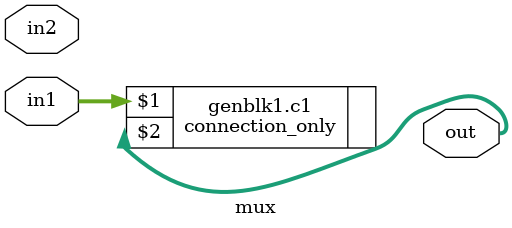
<source format=v>
module mux(in1,in2,out);

parameter B_INPUT="DIRECT";
parameter width=18;

input [width-1:0] in1,in2;
output[width-1:0] out;


generate 
        if ( B_INPUT=="DIRECT"||B_INPUT=="OPMODE5")
               connection_only #(width) c1(in1,out);
              
        else if(B_INPUT=="LATENCY") 
               connection_only #(width) c1(in2,out);

endgenerate 
generate 
        if ( B_INPUT=="OPMODE5")
               connection_only #(width) c1(in1,out);
              
        else if(B_INPUT=="cin") 
               connection_only #(width) c1(in2,out);

endgenerate

endmodule 

</source>
